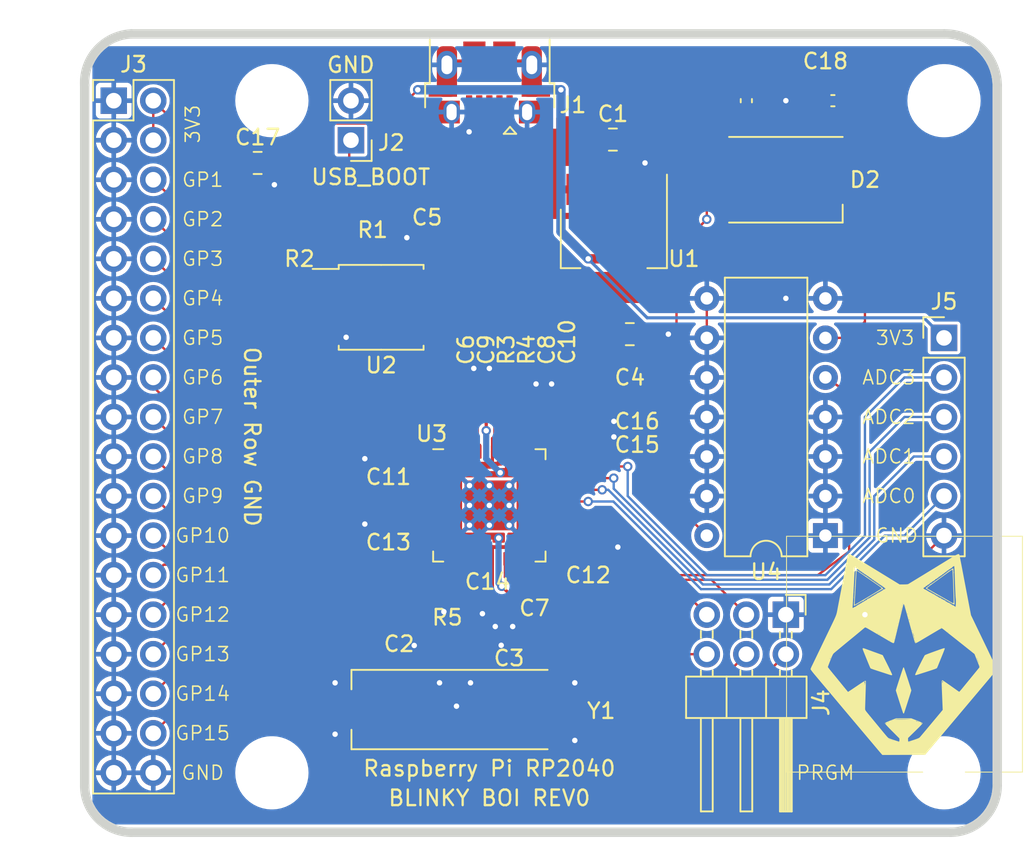
<source format=kicad_pcb>
(kicad_pcb (version 20221018) (generator pcbnew)
  (title_block (title "RP2040 Minimal Design Example") (date "2020-07-13") (rev "REV1") (company "Raspberry Pi (Trading) Ltd"))
  (layers (0 "F.Cu" signal) (31 "B.Cu" signal) (34 "B.Paste" user) (35 "F.Paste" user) (36 "B.SilkS" user "B.Silkscreen") (37 "F.SilkS" user "F.Silkscreen") (38 "B.Mask" user) (39 "F.Mask" user) (44 "Edge.Cuts" user))
  (net 0 "")
  (net 1 "GND")
  (net 2 "VBUS")
  (net 3 "/XIN")
  (net 4 "/XOUT")
  (net 5 "+3V3")
  (net 6 "+1V1")
  (net 8 "/~{USB_BOOT}")
  (net 9 "/GPIO15")
  (net 10 "/GPIO14")
  (net 11 "/GPIO13")
  (net 12 "/GPIO12")
  (net 13 "/GPIO11")
  (net 14 "/GPIO10")
  (net 15 "/GPIO9")
  (net 16 "/GPIO8")
  (net 17 "/GPIO7")
  (net 18 "/GPIO6")
  (net 19 "/GPIO5")
  (net 20 "/GPIO4")
  (net 21 "/GPIO3")
  (net 22 "/GPIO2")
  (net 23 "/GPIO1")
  (net 24 "/GPIO0")
  (net 25 "/GPIO29_ADC3")
  (net 26 "/GPIO28_ADC2")
  (net 27 "/GPIO27_ADC1")
  (net 28 "/GPIO26_ADC0")
  (net 29 "/GPIO25")
  (net 30 "/GPIO24")
  (net 31 "/GPIO23")
  (net 32 "/GPIO22")
  (net 33 "/GPIO21")
  (net 34 "/GPIO20")
  (net 35 "/GPIO19")
  (net 36 "/GPIO18")
  (net 37 "/GPIO17")
  (net 38 "/GPIO16")
  (net 39 "/RUN")
  (net 40 "/SWD")
  (net 41 "/SWCLK")
  (net 42 "/QSPI_SS")
  (net 43 "Net-(D2-DIN)")
  (net 45 "/QSPI_SD3")
  (net 46 "/QSPI_SCLK")
  (net 47 "/QSPI_SD0")
  (net 48 "/QSPI_SD2")
  (net 49 "/QSPI_SD1")
  (net 50 "/USB_D+")
  (net 51 "/USB_D-")
  (net 52 "Net-(C3-Pad1)")
  (net 54 "Net-(U3-USB_DP)")
  (net 55 "Net-(U3-USB_DM)")
  (footprint "Capacitor_SMD:C_0805_2012Metric" (layer "F.Cu") (at 109.025 89)
    (fp_text reference "C4")
    (fp_text value "10u")
  )
  (footprint "RP2040_minimal:USB_Micro-B_Amphenol_10103594-0001LF_Horizontal_modified" (layer "F.Cu") (at 100 71.7 180)
    (fp_text reference "J1")
    (fp_text value "USB_B_Micro")
  )
  (footprint "Connector_PinHeader_2.54mm:PinHeader_1x02_P2.54mm_Vertical" (layer "F.Cu") (at 91.11 76.54 180)
    (fp_text reference "J2")
    (fp_text value "Conn_01x02")
  )
  (footprint "Connector_PinHeader_2.54mm:PinHeader_2x18_P2.54mm_Vertical" (layer "F.Cu") (at 75.87 74)
    (fp_text reference "J3")
    (fp_text value "Conn_02x18_Odd_Even")
  )
  (footprint "Capacitor_SMD:C_0402_1005Metric" (layer "F.Cu") (at 104 93.515 90)
    (fp_text reference "C10")
    (fp_text value "1u")
  )
  (footprint "Capacitor_SMD:C_0402_1005Metric" (layer "F.Cu") (at 103 93.515 90)
    (fp_text reference "C8")
    (fp_text value "1u")
  )
  (footprint "Capacitor_SMD:C_0402_1005Metric" (layer "F.Cu") (at 93.515 101.2 180)
    (fp_text reference "C13")
    (fp_text value "100n")
  )
  (footprint "Capacitor_SMD:C_0402_1005Metric" (layer "F.Cu") (at 96.185 82.83 180)
    (fp_text reference "C5")
    (fp_text value "100n")
  )
  (footprint "Capacitor_SMD:C_0402_1005Metric" (layer "F.Cu") (at 89.5 82.315 -90)
    (fp_text reference "R2")
    (fp_text value "DNF")
  )
  (footprint "Package_TO_SOT_SMD:SOT-223-3_TabPin2" (layer "F.Cu") (at 108 82.85 -90)
    (fp_text reference "U1")
    (fp_text value "NCP1117-3.3_SOT223")
  )
  (footprint "Package_SO:SOIC-8_5.23x5.23mm_P1.27mm" (layer "F.Cu") (at 93.05 87.275)
    (fp_text reference "U2")
    (fp_text value "W25Q128JVS")
  )
  (footprint "Capacitor_SMD:C_0402_1005Metric" (layer "F.Cu") (at 99.485 109)
    (fp_text reference "C3")
    (fp_text value "27p")
  )
  (footprint "Capacitor_SMD:C_0402_1005Metric" (layer "F.Cu") (at 91 82.315 90)
    (fp_text reference "R1")
    (fp_text value "1k")
  )
  (footprint "Capacitor_SMD:C_0402_1005Metric" (layer "F.Cu") (at 100 92.515 90)
    (fp_text reference "C9")
    (fp_text value "100n")
  )
  (footprint "Capacitor_SMD:C_0402_1005Metric" (layer "F.Cu") (at 106.35 101.94)
    (fp_text reference "C12")
    (fp_text value "100n")
  )
  (footprint "Capacitor_SMD:C_0402_1005Metric" (layer "F.Cu") (at 100.381 106.485 -90)
    (fp_text reference "C14")
    (fp_text value "100n")
  )
  (footprint "Capacitor_SMD:C_0402_1005Metric" (layer "F.Cu") (at 101 93.515 -90)
    (fp_text reference "R3")
    (fp_text value "27")
  )
  (footprint "Capacitor_SMD:C_0402_1005Metric" (layer "F.Cu") (at 101.5 106.485 -90)
    (fp_text reference "C7")
    (fp_text value "100n")
  )
  (footprint "Capacitor_SMD:C_0805_2012Metric" (layer "F.Cu") (at 107.9375 76.5)
    (fp_text reference "C1")
    (fp_text value "10u")
  )
  (footprint "Capacitor_SMD:C_0402_1005Metric" (layer "F.Cu") (at 93.515 97 180)
    (fp_text reference "C11")
    (fp_text value "100n")
  )
  (footprint "Capacitor_SMD:C_0402_1005Metric" (layer "F.Cu") (at 106.485 94.6)
    (fp_text reference "C16")
    (fp_text value "100n")
  )
  (footprint "RP2040_minimal:RP2040-QFN-56" (layer "F.Cu") (at 100 100)
    (fp_text reference "U3")
    (fp_text value "RP2040")
  )
  (footprint "Capacitor_SMD:C_0402_1005Metric" (layer "F.Cu") (at 96.515 109 180)
    (fp_text reference "C2")
    (fp_text value "27p")
  )
  (footprint "MountingHole:MountingHole_2.7mm_M2.5" (layer "F.Cu") (at 129.21 74)
    (fp_text reference "H2" hide)
    (fp_text value "MountingHole")
  )
  (footprint "Capacitor_SMD:C_0402_1005Metric" (layer "F.Cu") (at 102 93.515 -90)
    (fp_text reference "R4")
    (fp_text value "27")
  )
  (footprint "MountingHole:MountingHole_2.7mm_M2.5" (layer "F.Cu") (at 129.21 117.18)
    (fp_text reference "H3" hide)
    (fp_text value "MountingHole")
  )
  (footprint "Capacitor_SMD:C_0402_1005Metric" (layer "F.Cu") (at 99 92.515 90)
    (fp_text reference "C6")
    (fp_text value "100n")
  )
  (footprint "Capacitor_SMD:C_0402_1005Metric" (layer "F.Cu") (at 106.485 96)
    (fp_text reference "C15")
    (fp_text value "100n")
  )
  (footprint "Capacitor_SMD:C_0402_1005Metric" (layer "F.Cu") (at 98.7 107.115 -90)
    (fp_text reference "R5")
    (fp_text value "1k")
  )
  (footprint "MountingHole:MountingHole_2.7mm_M2.5" (layer "F.Cu") (at 86.03 74)
    (fp_text reference "H1" hide)
    (fp_text value "MountingHole")
  )
  (footprint "MountingHole:MountingHole_2.7mm_M2.5" (layer "F.Cu") (at 86.03 117.18)
    (fp_text reference "H4" hide)
    (fp_text value "MountingHole")
  )
  (footprint "RP2040_minimal:Crystal_SMD_HC49-US" (layer "F.Cu") (at 97.841 113.116)
    (fp_text reference "Y1")
    (fp_text value "ABLS-12.000MHZ-B4-T")
  )
  (footprint "Capacitor_SMD:C_0805_2012Metric" (layer "F.Cu") (at 85.115 78)
    (fp_text reference "C17")
    (fp_text value "10u")
  )
  (footprint "husky:husky" (layer "F.Cu") (at 126.67 109.56)
    (fp_text reference "G***" hide)
    (fp_text value "LOGO" hide)
  )
  (footprint "LED_SMD:LED_WS2812_PLCC6_5.0x5.0mm_P1.6mm" (layer "F.Cu") (at 119.05 79.08 180)
    (fp_text reference "D2")
    (fp_text value "WS2812")
  )
  (footprint "Connector_PinHeader_2.54mm:PinHeader_2x03_P2.54mm_Horizontal" (layer "F.Cu") (at 119.05 107.02 -90)
    (fp_text reference "J4")
    (fp_text value "Conn_02x03_Top_Bottom")
  )
  (footprint "Connector_PinHeader_2.54mm:PinHeader_1x06_P2.54mm_Vertical" (layer "F.Cu") (at 129.21 89.24)
    (fp_text reference "J5")
    (fp_text value "Conn_01x06")
  )
  (footprint "Capacitor_SMD:C_0402_1005Metric" (layer "F.Cu") (at 122.07 74)
    (fp_text reference "C18")
    (fp_text value "104C")
  )
  (footprint "Capacitor_SMD:C_0402_1005Metric" (layer "F.Cu") (at 116.51 74 -90)
    (fp_text reference "R6" hide)
    (fp_text value "150R")
  )
  (footprint "Package_DIP:DIP-14_W7.62mm" (layer "F.Cu") (at 121.59 101.94 180)
    (fp_text reference "U4")
    (fp_text value "SN74AHCT125D")
  )
  (gr_line (start 129.62868 121) (end 77 121) (stroke (width 0.6)) (layer "Edge.Cuts"))
  (gr_line (start 132.62868 73) (end 132.62868 118) (stroke (width 0.6)) (layer "Edge.Cuts"))
  (gr_line (start 74 118) (end 74 73) (stroke (width 0.6)) (layer "Edge.Cuts"))
  (gr_arc (start 77 121) (mid 74.87868 120.12132) (end 74 118) (stroke (width 0.6)) (layer "Edge.Cuts"))
  (gr_arc (start 132.62868 118) (mid 131.75 120.12132) (end 129.62868 121) (stroke (width 0.6)) (layer "Edge.Cuts"))
  (gr_arc (start 74 73) (mid 74.818616 70.733677) (end 77 69.71) (stroke (width 0.6)) (layer "Edge.Cuts"))
  (gr_arc (start 129.228642 69.71) (mid 131.610044 70.650827) (end 132.62868 73) (stroke (width 0.6)) (layer "Edge.Cuts"))
  (gr_line (start 77 69.71) (end 129.228642 69.71) (stroke (width 0.6)) (layer "Edge.Cuts"))
  (gr_text "GP1" (at 81.585 79.08) (layer "F.SilkS") (effects (font (size 0.9 0.9) (thickness 0.1))))
  (gr_text "GP2" (at 81.585 81.62) (layer "F.SilkS") (effects (font (size 0.9 0.9) (thickness 0.1))))
  (gr_text "GP3" (at 81.585 84.16) (layer "F.SilkS") (effects (font (size 0.9 0.9) (thickness 0.1))))
  (gr_text "GP4" (at 81.585 86.7) (layer "F.SilkS") (effects (font (size 0.9 0.9) (thickness 0.1))))
  (gr_text "GP5" (at 81.585 89.24) (layer "F.SilkS") (effects (font (size 0.9 0.9) (thickness 0.1))))
  (gr_text "GP6" (at 81.585 91.78) (layer "F.SilkS") (effects (font (size 0.9 0.9) (thickness 0.1))))
  (gr_text "GP7" (at 81.585 94.32) (layer "F.SilkS") (effects (font (size 0.9 0.9) (thickness 0.1))))
  (gr_text "GP8" (at 81.585 96.86) (layer "F.SilkS") (effects (font (size 0.9 0.9) (thickness 0.1))))
  (gr_text "GP9" (at 81.585 99.4) (layer "F.SilkS") (effects (font (size 0.9 0.9) (thickness 0.1))))
  (gr_text "GP11" (at 81.585 104.48) (layer "F.SilkS") (effects (font (size 0.9 0.9) (thickness 0.1))))
  (gr_text "GP10" (at 81.585 101.94) (layer "F.SilkS") (effects (font (size 0.9 0.9) (thickness 0.1))))
  (gr_text "GP12" (at 81.585 107.02) (layer "F.SilkS") (effects (font (size 0.9 0.9) (thickness 0.1))))
  (gr_text "GP13" (at 81.585 109.56) (layer "F.SilkS") (effects (font (size 0.9 0.9) (thickness 0.1))))
  (gr_text "GP15" (at 81.585 114.64) (layer "F.SilkS") (effects (font (size 0.9 0.9) (thickness 0.1))))
  (gr_text "GP14" (at 81.585 112.1) (layer "F.SilkS") (effects (font (size 0.9 0.9) (thickness 0.1))))
  (gr_text "GND" (at 81.585 117.18) (layer "F.SilkS") (effects (font (size 0.9 0.9) (thickness 0.1))))
  (gr_text "Outer Row GND" (at 84.76 95.59 270) (layer "F.SilkS") (effects (font (size 1 1))))
  (gr_text "Raspberry Pi RP2040" (at 100 116.9) (layer "F.SilkS") (effects (font (size 1 1))))
  (gr_text "3V3" (at 126.07 89.24) (layer "F.SilkS") (effects (font (size 0.9 0.9) (thickness 0.1))))
  (gr_text "ADC1" (at 125.67 96.86) (layer "F.SilkS") (effects (font (size 0.9 0.9) (thickness 0.1))))
  (gr_text "\nUSB_BOOT" (at 92.38 78.1) (layer "F.SilkS") (effects (font (size 1 1))))
  (gr_text "GND" (at 91.1 71.7) (layer "F.SilkS") (effects (font (size 1 1))))
  (gr_text "ADC3" (at 125.67 91.78) (layer "F.SilkS") (effects (font (size 0.9 0.9) (thickness 0.1))))
  (gr_text "ADC2" (at 125.67 94.32) (layer "F.SilkS") (effects (font (size 0.9 0.9) (thickness 0.1))))
  (gr_text "ADC0" (at 125.67 99.4) (layer "F.SilkS") (effects (font (size 0.9 0.9) (thickness 0.1))))
  (gr_text "PRGM" (at 121.59 117.18) (layer "F.SilkS") (effects (font (size 0.9 0.9) (thickness 0.1))))
  (gr_text "3V3" (at 80.95 75.5 90) (layer "F.SilkS") (effects (font (size 0.9 0.9) (thickness 0.1))))
  (gr_text "BLINKY BOI REV0" (at 100 118.8) (layer "F.SilkS") (effects (font (size 1 1))))
  (gr_text "GND\n" (at 126.17 101.94) (layer "F.SilkS") (effects (font (size 0.9 0.9) (thickness 0.1))))
  (segment (start 93.03 101.2) (end 92 101.2) (width 0.2) (layer "F.Cu") (net 1))
  (segment (start 90.78 89.18) (end 90.8 89.2) (width 0.2) (layer "F.Cu") (net 1))
  (segment (start 117.45 80.68) (end 120.65 77.48) (width 0.15) (layer "F.Cu") (net 1))
  (segment (start 89.45 89.18) (end 90.78 89.18) (width 0.2) (layer "F.Cu") (net 1))
  (segment (start 107.515 101.94) (end 106.835 101.94) (width 0.15) (layer "F.Cu") (net 1))
  (segment (start 113.97 94.32) (end 113.97 91.78) (width 0.15) (layer "F.Cu") (net 1))
  (segment (start 116.6 80.68) (end 114.91 80.68) (width 0.15) (layer "F.Cu") (net 1))
  (segment (start 99 113.35) (end 99 114.4) (width 0.2) (layer "F.Cu") (net 1))
  (segment (start 97.079 106.5755) (end 97.079 106.8295) (width 0.15) (layer "F.Cu") (net 1))
  (segment (start 99.97 108.68) (end 99.5555 108.2655) (width 0.15) (layer "F.Cu") (net 1))
  (segment (start 99.97 109) (end 99.97 108.68) (width 0.15) (layer "F.Cu") (net 1))
  (segment (start 110.3 79.7) (end 110.3 78.3) (width 0.2) (layer "F.Cu") (net 1))
  (segment (start 121.59 101.94) (end 121.59 99.4) (width 0.15) (layer "F.Cu") (net 1))
  (segment (start 100.381 107.781984) (end 100.380994 107.78199) (width 0.2) (layer "F.Cu") (net 1))
  (segment (start 100.7505 109) (end 100.762 108.9885) (width 0.15) (layer "F.Cu") (net 1))
  (segment (start 99.04 71.45) (end 97.54 71.45) (width 0.2) (layer "F.Cu") (net 1))
  (segment (start 116.51 73.52) (end 116.99 73.52) (width 0.15) (layer "F.Cu") (net 1))
  (segment (start 99.97 109) (end 100.7505 109) (width 0.15) (layer "F.Cu") (net 1))
  (segment (start 113.97 84.16) (end 113.97 86.7) (width 0.15) (layer "F.Cu") (net 1))
  (segment (start 100.96 71.45) (end 102.46 71.45) (width 0.2) (layer "F.Cu") (net 1))
  (segment (start 106.97 96) (end 107.6 96) (width 0.15) (layer "F.Cu") (net 1))
  (segment (start 99.5555 108.2655) (end 99.5555 108.0995) (width 0.15) (layer "F.Cu") (net 1))
  (segment (start 86.14 78) (end 86.14 79.25) (width 0.15) (layer "F.Cu") (net 1))
  (segment (start 106.97 94.6) (end 108 94.6) (width 0.2) (layer "F.Cu") (net 1))
  (segment (start 100.381 106.97) (end 100.381 107.781984) (width 0.2) (layer "F.Cu") (net 1))
  (segment (start 124.13 74) (end 122.55 74) (width 0.15) (layer "F.Cu") (net 1))
  (segment (start 121.59 96.86) (end 121.59 99.4) (width 0.15) (layer "F.Cu") (net 1))
  (segment (start 93.03 97) (end 92 97) (width 0.2) (layer "F.Cu") (net 1))
  (segment (start 99 104.6545) (end 97.079 106.5755) (width 0.15) (layer "F.Cu") (net 1))
  (segment (start 113.97 96.86) (end 113.97 94.32) (width 0.15) (layer "F.Cu") (net 1))
  (segment (start 103 93.03) (end 103 92.2) (width 0.2) (layer "F.Cu") (net 1))
  (segment (start 113.97 91.78) (end 113.97 89.24) (width 0.15) (layer "F.Cu") (net 1))
  (segment (start 104 93.03) (end 104 92.2) (width 0.2) (layer "F.Cu") (net 1))
  (segment (start 108.875 76.5) (end 108.875 76.875) (width 0.2) (layer "F.Cu") (net 1))
  (segment (start 95.7 82.83) (end 95.405 82.83) (width 0.2) (layer "F.Cu") (net 1))
  (segment (start 101.5 106.97) (end 101.5 107.782004) (width 0.2) (layer "F.Cu") (net 1))
  (segment (start 99 103.4375) (end 99 104.6545) (width 0.15) (layer "F.Cu") (net 1))
  (segment (start 98.7 74.6) (end 98.7 76) (width 0.2) (layer "F.Cu") (net 1))
  (segment (start 96.03 109) (end 95.174 109) (width 0.2) (layer "F.Cu") (net 1))
  (segment (start 86.19 79) (end 86.19 79.1) (width 0.15) (layer "F.Cu") (net 1))
  (segment (start 100 92.03) (end 100 91.2) (width 0.2) (layer "F.Cu") (net 1))
  (segment (start 108.255 102.68) (end 107.515 101.94) (width 0.15) (layer "F.Cu") (net 1))
  (segment (start 120.65 77.48) (end 121.5 77.48) (width 0.15) (layer "F.Cu") (net 1))
  (segment (start 121.59 94.32) (end 121.59 96.86) (width 0.15) (layer "F.Cu") (net 1))
  (segment (start 116.6 80.68) (end 117.45 80.68) (width 0.15) (layer "F.Cu") (net 1))
  (segment (start 117.47 74) (end 119.05 74) (width 0.15) (layer "F.Cu") (net 1))
  (segment (start 86.14 78.95) (end 86.19 79) (width 0.15) (layer "F.Cu") (net 1))
  (segment (start 102.46 71.45) (end 102.73 71.72) (width 0.2) (layer "F.Cu") (net 1))
  (segment (start 107.6 96) (end 108 95.6) (width 0.15) (layer "F.Cu") (net 1))
  (segment (start 114.91 83.22) (end 114.91 80.68) (width 0.15) (layer "F.Cu") (net 1))
  (segment (start 119.05 107.02) (end 124.13 107.02) (width 0.15) (layer "F.Cu") (net 1))
  (segment (start 110.05 89) (end 111.5 89) (width 0.2) (layer "F.Cu") (net 1))
  (segment (start 123.19 77.48) (end 124.13 76.54) (width 0.15) (layer "F.Cu") (net 1))
  (segment (start 121.5 77.48) (end 123.19 77.48) (width 0.15) (layer "F.Cu") (net 1))
  (segment (start 99 92.03) (end 99 91.200008) (width 0.2) (layer "F.Cu") (net 1))
  (segment (start 116.99 73.52) (end 117.47 74) (width 0.15) (layer "F.Cu") (net 1))
  (segment (start 124.13 76.54) (end 124.13 74) (width 0.15) (layer "F.Cu") (net 1))
  (segment (start 113.97 99.4) (end 113.97 96.86) (width 0.15) (layer "F.Cu") (net 1))
  (segment (start 95.405 82.83) (end 95.375 82.8) (width 0.2) (layer "F.Cu") (net 1))
  (segment (start 113.97 84.16) (end 114.91 83.22) (width 0.15) (layer "F.Cu") (net 1))
  (segment (start 119.05 74) (end 121.59 74) (width 0.15) (layer "F.Cu") (net 1))
  (segment (start 97.54 71.45) (end 97.27 71.72) (width 0.2) (layer "F.Cu") (net 1))
  (segment (start 129.21 101.94) (end 124.13 107.02) (width 0.15) (layer "F.Cu") (net 1))
  (segment (start 110.3 78.3) (end 110 78) (width 0.2) (layer "F.Cu") (net 1))
  (segment (start 95.375 82.8) (end 94.7 82.8) (width 0.2) (layer "F.Cu") (net 1))
  (segment (start 96.8 111.65) (end 96.8 110.599974) (width 0.2) (layer "F.Cu") (net 1))
  (segment (start 108.875 76.875) (end 110 78) (width 0.2) (layer "F.Cu") (net 1))
  (segment (start 113.97 86.7) (end 113.97 89.24) (width 0.15) (layer "F.Cu") (net 1))
  (via (at 99.5555 106.9565) (size 0.6) (drill 0.35) (layers "F.Cu" "B.Cu") (net 1))
  (via (at 97.89 112.9) (size 0.6) (drill 0.35) (layers "F.Cu" "B.Cu") (net 1))
  (via (at 98.79 111.4) (size 0.6) (drill 0.35) (layers "F.Cu" "B.Cu") (net 1))
  (via (at 90.09 114.7) (size 0.6) (drill 0.35) (layers "F.Cu" "B.Cu") (net 1))
  (via (at 90.09 111.4) (size 0.6) (drill 0.35) (layers "F.Cu" "B.Cu") (net 1))
  (via (at 105.49 111.4) (size 0.6) (drill 0.35) (layers "F.Cu" "B.Cu") (net 1))
  (via (at 94.7 82.8) (size 0.6) (drill 0.35) (layers "F.Cu" "B.Cu") (net 1))
  (via (at 101.5 107.782004) (size 0.6) (drill 0.35) (layers "F.Cu" "B.Cu") (net 1))
  (via (at 96.8 111.4) (size 0.6) (drill 0.35) (layers "F.Cu" "B.Cu") (net 1))
  (via (at 108 94.6) (size 0.6) (drill 0.35) (layers "F.Cu" "B.Cu") (net 1))
  (via (at 86.19 79.4) (size 0.6) (drill 0.35) (layers "F.Cu" "B.Cu") (net 1))
  (via (at 97.079 106.8295) (size 0.6) (drill 0.35) (layers "F.Cu" "B.Cu") (net 1))
  (via (at 100.762 108.9885) (size 0.6) (drill 0.35) (layers "F.Cu" "B.Cu") (net 1))
  (via (at 119.05 86.7) (size 0.6) (drill 0.35) (layers "F.Cu" "B.Cu") (net 1))
  (via (at 105.49 115.1) (size 0.6) (drill 0.35) (layers "F.Cu" "B.Cu") (net 1))
  (via (at 119.05 74) (size 0.6) (drill 0.35) (layers "F.Cu" "B.Cu") (net 1))
  (via (at 108.255 102.68) (size 0.6) (drill 0.35) (layers "F.Cu" "B.Cu") (net 1))
  (via (at 104 92.2) (size 0.6) (drill 0.35) (layers "F.Cu" "B.Cu") (net 1))
  (via (at 110 78) (size 0.6) (drill 0.35) (layers "F.Cu" "B.Cu") (net 1))
  (via (at 92 97) (size 0.6) (drill 0.35) (layers "F.Cu" "B.Cu") (net 1))
  (via (at 98.7 76) (size 0.6) (drill 0.35) (layers "F.Cu" "B.Cu") (net 1))
  (via (at 103 92.2) (size 0.6) (drill 0.35) (layers "F.Cu" "B.Cu") (net 1))
  (via (at 100.380994 107.78199) (size 0.6) (drill 0.35) (layers "F.Cu" "B.Cu") (net 1))
  (via (at 95.174 109) (size 0.6) (drill 0.35) (layers "F.Cu" "B.Cu") (net 1))
  (via (at 124.13 107.02) (size 0.6) (drill 0.35) (layers "F.Cu" "B.Cu") (net 1))
  (via (at 90.8 89.2) (size 0.6) (drill 0.35) (layers "F.Cu" "B.Cu") (net 1))
  (via (at 99 91.200008) (size 0.6) (drill 0.35) (layers "F.Cu" "B.Cu") (net 1))
  (via (at 111.5 89) (size 0.6) (drill 0.35) (layers "F.Cu" "B.Cu") (net 1))
  (via (at 108 95.6) (size 0.6) (drill 0.35) (layers "F.Cu" "B.Cu") (net 1))
  (via (at 92 101.2) (size 0.6) (drill 0.35) (layers "F.Cu" "B.Cu") (net 1))
  (via (at 100 91.2) (size 0.6) (drill 0.35) (layers "F.Cu" "B.Cu") (net 1))
  (segment (start 103.299999 92.499999) (end 103 92.2) (width 0.2) (layer "B.Cu") (net 1))
  (segment (start 103.8 93) (end 103.299999 92.499999) (width 0.2) (layer "B.Cu") (net 1))
  (segment (start 104 93) (end 103.8 93) (width 0.2) (layer "B.Cu") (net 1))
  (segment (start 113.97 86.7) (end 119.05 86.7) (width 0.15) (layer "B.Cu") (net 1))
  (segment (start 119.05 86.7) (end 121.59 86.7) (width 0.15) (layer "B.Cu") (net 1))
  (segment (start 116.99 74.48) (end 116.51 74.48) (width 0.15) (layer "F.Cu") (net 2))
  (segment (start 108.975 78.475) (end 108.975 80.515) (width 0.15) (layer "F.Cu") (net 2))
  (segment (start 119.05 78.655736) (end 118.625736 79.08) (width 0.15) (layer "F.Cu") (net 2))
  (segment (start 119.05 76.54) (end 119.05 78.655736) (width 0.15) (layer "F.Cu") (net 2))
  (segment (start 106.925 78.475) (end 108.975 78.475) (width 0.15) (layer "F.Cu") (net 2))
  (segment (start 108.975 80.515) (end 112.025 83.565) (width 0.15) (layer "F.Cu") (net 2))
  (segment (start 105.7 79.7) (end 104.43 79.7) (width 0.15) (layer "F.Cu") (net 2))
  (segment (start 112.025 83.565) (end 113.97 81.62) (width 0.15) (layer "F.Cu") (net 2))
  (segment (start 118.625736 79.08) (end 116.6 79.08) (width 0.15) (layer "F.Cu") (net 2))
  (segment (start 113.97 81.62) (end 113.97 79.08) (width 0.15) (layer "F.Cu") (net 2))
  (segment (start 104.43 79.7) (end 103.81 79.08) (width 0.15) (layer "F.Cu") (net 2))
  (segment (start 113.97 79.08) (end 116.6 79.08) (width 0.15) (layer "F.Cu") (net 2))
  (segment (start 119.05 76.54) (end 116.99 74.48) (width 0.15) (layer "F.Cu") (net 2))
  (segment (start 101.3 75.5) (end 102.1 76.3) (width 0.4) (layer "F.Cu") (net 2))
  (segment (start 112.025 99.995) (end 112.025 83.565) (width 0.15) (layer "F.Cu") (net 2))
  (segment (start 101.3 74.525) (end 101.3 75.5) (width 0.4) (layer "F.Cu") (net 2))
  (segment (start 113.97 101.94) (end 112.025 99.995) (width 0.15) (layer "F.Cu") (net 2))
  (segment (start 105.7 79.7) (end 106.925 78.475) (width 0.15) (layer "F.Cu") (net 2))
  (via (at 113.97 81.62) (size 0.6) (drill 0.35) (layers "F.Cu" "B.Cu") (net 2))
  (segment (start 97.8 106.537861) (end 97.8 108.2) (width 0.15) (layer "F.Cu") (net 3))
  (segment (start 97.6505 111.7825) (end 96.317 113.116) (width 0.15) (layer "F.Cu") (net 3))
  (segment (start 99.4 103.4375) (end 99.4 104.937861) (width 0.15) (layer "F.Cu") (net 3))
  (segment (start 96.317 113.116) (end 93.341 113.116) (width 0.15) (layer "F.Cu") (net 3))
  (segment (start 97 109) (end 97.6505 109.6505) (width 0.15) (layer "F.Cu") (net 3))
  (segment (start 97.8 108.2) (end 97 109) (width 0.15) (layer "F.Cu") (net 3))
  (segment (start 99.4 104.937861) (end 97.8 106.537861) (width 0.15) (layer "F.Cu") (net 3))
  (segment (start 97.6505 109.6505) (end 97.6505 111.7825) (width 0.15) (layer "F.Cu") (net 3))
  (segment (start 99.8 103.4375) (end 99.8 105.1) (width 0.15) (layer "F.Cu") (net 4))
  (segment (start 99.8 105.1) (end 98.7 106.2) (width 0.15) (layer "F.Cu") (net 4))
  (segment (start 98.7 106.2) (end 98.7 106.63) (width 0.15) (layer "F.Cu") (net 4))
  (segment (start 100.350001 94.112535) (end 100.350001 95.549999) (width 0.2) (layer "F.Cu") (net 5))
  (segment (start 93.235 75.465) (end 95.4 73.3) (width 0.15) (layer "F.Cu") (net 5))
  (segment (start 102.2 96.1) (end 104 94.3) (width 0.2) (layer "F.Cu") (net 5))
  (segment (start 82.41 78) (end 84.1775 78) (width 0.15) (layer "F.Cu") (net 5))
  (segment (start 100.350001 95.549999) (end 100.2 95.7) (width 0.2) (layer "F.Cu") (net 5))
  (segment (start 89.5 81.83) (end 89.5 76) (width 0.15) (layer "F.Cu") (net 5))
  (segment (start 106 94.6) (end 106 91.0875) (width 0.15) (layer "F.Cu") (net 5))
  (segment (start 106 91.0875) (end 108.0875 89) (width 0.15) (layer "F.Cu") (net 5))
  (segment (start 102.2 96.5625) (end 102.2 97.2) (width 0.2) (layer "F.Cu") (net 5))
  (segment (start 100.9525 106.2515) (end 100.9525 108.163) (width 0.15) (layer "F.Cu") (net 5))
  (segment (start 102.6 97.4) (end 102.4 97.4) (width 0.2) (layer "F.Cu") (net 5))
  (segment (start 108 84.16) (end 108 86) (width 0.15) (layer "F.Cu") (net 5))
  (segment (start 96.65 85.37) (end 96.65 82.85) (width 0.2) (layer "F.Cu") (net 5))
  (segment (start 102.6 96.5625) (end 102.6 97.4) (width 0.2) (layer "F.Cu") (net 5))
  (segment (start 95.7 97.4) (end 95.3 97) (width 0.2) (layer "F.Cu") (net 5))
  (segment (start 100 93.762534) (end 100.350001 94.112535) (width 0.2) (layer "F.Cu") (net 5))
  (segment (start 78.41 74) (end 82.41 78) (width 0.15) (layer "F.Cu") (net 5))
  (segment (start 96.5625 101) (end 97.4 101) (width 0.2) (layer "F.Cu") (net 5))
  (segment (start 78.41 74) (end 78.41 76.54) (width 0.15) (layer "F.Cu") (net 5))
  (segment (start 100.6 95.799998) (end 100.350001 95.549999) (width 0.2) (layer "F.Cu") (net 5))
  (segment (start 100.2 97.4) (end 100.2 97) (width 0.2) (layer "F.Cu") (net 5))
  (segment (start 100.2 95.7) (end 100.2 96.5625) (width 0.2) (layer "F.Cu") (net 5))
  (segment (start 100.6 96.5625) (end 100.6 97.2) (width 0.2) (layer "F.Cu") (net 5))
  (segment (start 108 79.7) (end 108 84.16) (width 0.15) (layer "F.Cu") (net 5))
  (segment (start 96.5625 97.4) (end 97.4 97.4) (width 0.2) (layer "F.Cu") (net 5))
  (segment (start 105.4 94) (end 106 94.6) (width 0.2) (layer "F.Cu") (net 5))
  (segment (start 100.9525 108.163) (end 101.096505 108.307005) (width 0.15) (layer "F.Cu") (net 5))
  (segment (start 103.4375 101) (end 102.6 101) (width 0.2) (layer "F.Cu") (net 5))
  (segment (start 92.185 75.465) (end 96.67 79.95) (width 0.15) (layer "F.Cu") (net 5))
  (segment (start 92.185 75.465) (end 93.235 75.465) (width 0.15) (layer "F.Cu") (net 5))
  (segment (start 89.5 76) (end 90.035 75.465) (width 0.15) (layer "F.Cu") (net 5))
  (segment (start 104 94) (end 105.4 94) (width 0.2) (layer "F.Cu") (net 5))
  (segment (start 101.096505 108.307005) (end 102.141995 108.307005) (width 0.15) (layer "F.Cu") (net 5))
  (segment (start 86.24 81.83) (end 89.5 81.83) (width 0.15) (layer "F.Cu") (net 5))
  (segment (start 96.67 79.95) (end 96.67 82.83) (width 0.15) (layer "F.Cu") (net 5))
  (segment (start 104.925 101) (end 103.4375 101) (width 0.2) (layer "F.Cu") (net 5))
  (segment (start 106 94.6) (end 106 96) (width 0.15) (layer "F.Cu") (net 5))
  (segment (start 96.5625 97.4) (end 95.7 97.4) (width 0.2) (layer "F.Cu") (net 5))
  (segment (start 104 94.3) (end 104 94) (width 0.2) (layer "F.Cu") (net 5))
  (segment (start 94.2 101) (end 94 101.2) (width 0.2) (layer "F.Cu") (net 5))
  (segment (start 100.381 105.6865) (end 100.381 106) (width 0.2) (layer "F.Cu") (net 5))
  (segment (start 100.2 103.4375) (end 100.2 105.5055) (width 0.2) (layer "F.Cu") (net 5))
  (segment (start 102.2 96.5625) (end 102.2 96.1) (width 0.2) (layer "F.Cu") (net 5))
  (segment (start 100.2 96.5625) (end 100.2 97.4) (width 0.2) (layer "F.Cu") (net 5))
  (segment (start 103.4375 97.4) (end 102.6 97.4) (width 0.2) (layer "F.Cu") (net 5))
  (segment (start 95.3 97) (end 94 97) (width 0.2) (layer "F.Cu") (net 5))
  (segment (start 90.035 75.465) (end 92.185 75.465) (width 0.15) (layer "F.Cu") (net 5))
  (segment (start 84.1775 79.7675) (end 86.24 81.83) (width 0.15) (layer "F.Cu") (net 5))
  (segment (start 96.65 82.85) (end 96.67 82.83) (width 0.2) (layer "F.Cu") (net 5))
  (segment (start 100 93) (end 100 93.762534) (width 0.2) (layer "F.Cu") (net 5))
  (segment (start 100.6 96.5625) (end 100.6 95.799998) (width 0.2) (layer "F.Cu") (net 5))
  (segment (start 84.1775 79.7675) (end 84.1775 78) (width 0.15) (layer "F.Cu") (net 5))
  (segment (start 100.2 103.4375) (end 100.2 102.8) (width 0.2) (layer "F.Cu") (net 5))
  (segment (start 100.2 105.5055) (end 100.381 105.6865) (width 0.2) (layer "F.Cu") (net 5))
  (segment (start 100.2 102.8) (end 100 102.6) (width 0.2) (layer "F.Cu") (net 5))
  (segment (start 100.381 106) (end 100.701 106) (width 0.15) (layer "F.Cu") (net 5))
  (segment (start 102.2 97.2) (end 102.4 97.4) (width 0.2) (layer "F.Cu") (net 5))
  (segment (start 96.5625 101) (end 94.2 101) (width 0.2) (layer "F.Cu") (net 5))
  (segment (start 106.35 84.16) (end 108 84.16) (width 0.6) (layer "F.Cu") (net 5))
  (segment (start 100.6 97.2) (end 100.4 97.4) (width 0.2) (layer "F.Cu") (net 5))
  (segment (start 100.701 106) (end 100.9525 106.2515) (width 0.15) (layer "F.Cu") (net 5))
  (segment (start 108 86) (end 108 89) (width 0.2) (layer "F.Cu") (net 5))
  (segment (start 105.865 101.94) (end 104.925 101) (width 0.2) (layer "F.Cu") (net 5))
  (via (at 106.35 84.16) (size 0.6) (drill 0.35) (layers "F.Cu" "B.Cu") (net 5))
  (via (at 95.4 73.3) (size 0.6) (drill 0.35) (layers "F.Cu" "B.Cu") (net 5))
  (via (at 104.6 73.3) (size 0.6) (drill 0.35) (layers "F.Cu" "B.Cu") (net 5))
  (segment (start 127.92 87.95) (end 129.21 89.24) (width 0.2) (layer "B.Cu") (net 5))
  (segment (start 104.6 73.3) (end 95.4 73.3) (width 0.6) (layer "B.Cu") (net 5))
  (segment (start 106.35 84.16) (end 110.14 87.95) (width 0.2) (layer "B.Cu") (net 5))
  (segment (start 104.6 73.3) (end 104.6 82.41) (width 0.6) (layer "B.Cu") (net 5))
  (segment (start 104.6 82.41) (end 106.35 84.16) (width 0.6) (layer "B.Cu") (net 5))
  (segment (start 110.14 87.95) (end 127.92 87.95) (width 0.2) (layer "B.Cu") (net 5))
  (segment (start 99.8 96.5625) (end 99.8 95.199994) (width 0.2) (layer "F.Cu") (net 6))
  (segment (start 101.8 96.5625) (end 101.8 95.8) (width 0.2) (layer "F.Cu") (net 6))
  (segment (start 101.8 95.8) (end 103 94.6) (width 0.2) (layer "F.Cu") (net 6))
  (segment (start 103 94.6) (end 103 94) (width 0.2) (layer "F.Cu") (net 6))
  (segment (start 101.8 96.5625) (end 101.8 97.4) (width 0.2) (layer "F.Cu") (net 6))
  (segment (start 99 93.295) (end 99.8 94.095) (width 0.2) (layer "F.Cu") (net 6))
  (segment (start 100.4 98) (end 100.5 97.9) (width 0.15) (layer "F.Cu") (net 6))
  (segment (start 100.5 97.9) (end 100.7 97.9) (width 0.15) (layer "F.Cu") (net 6))
  (segment (start 100.6 105) (end 100.8 105.2) (width 0.2) (layer "F.Cu") (net 6))
  (segment (start 99 93) (end 99 93.295) (width 0.2) (layer "F.Cu") (net 6))
  (segment (start 100.6 103.4375) (end 100.6 105) (width 0.2) (layer "F.Cu") (net 6))
  (segment (start 99.8 94.095) (end 99.8 94.77573) (width 0.2) (layer "F.Cu") (net 6))
  (segment (start 99.8 94.77573) (end 99.8 95.199994) (width 0.2) (layer "F.Cu") (net 6))
  (segment (start 101.5 105.9) (end 100.8 105.2) (width 0.2) (layer "F.Cu") (net 6))
  (segment (start 101.5 106) (end 101.5 105.9) (width 0.2) (layer "F.Cu") (net 6))
  (via (at 99.8 95.199994) (size 0.6) (drill 0.35) (layers "F.Cu" "B.Cu") (net 6))
  (via (at 100.7 97.9) (size 0.6) (drill 0.35) (layers "F.Cu" "B.Cu") (net 6))
  (via (at 100.59997 102.1) (size 0.6) (drill 0.35) (layers "F.Cu" "B.Cu") (net 6))
  (via (at 100.8 105.2) (size 0.6) (drill 0.35) (layers "F.Cu" "B.Cu") (net 6))
  (segment (start 99.8 95.199994) (end 99.8 97.01) (width 0.4) (layer "B.Cu") (net 6))
  (segment (start 100.59 104.99) (end 100.59 102.10997) (width 0.4) (layer "B.Cu") (net 6))
  (segment (start 100.59 102.10997) (end 100.59997 102.1) (width 0.4) (layer "B.Cu") (net 6))
  (segment (start 99.8 97.01) (end 100.69 97.9) (width 0.4) (layer "B.Cu") (net 6))
  (segment (start 100.8 105.2) (end 100.59 104.99) (width 0.4) (layer "B.Cu") (net 6))
  (segment (start 100.69 97.9) (end 100.7 97.9) (width 0.4) (layer "B.Cu") (net 6))
  (segment (start 91 81.83) (end 91 76.65) (width 0.15) (layer "F.Cu") (net 8))
  (segment (start 91 76.65) (end 91.11 76.54) (width 0.15) (layer "F.Cu") (net 8))
  (segment (start 98.6 103.4375) (end 98.6 104.437861) (width 0.15) (layer "F.Cu") (net 9))
  (segment (start 96.687861 106.35) (end 86.7 106.35) (width 0.15) (layer "F.Cu") (net 9))
  (segment (start 98.6 104.437861) (end 96.687861 106.35) (width 0.15) (layer "F.Cu") (net 9))
  (segment (start 86.7 106.35) (end 78.41 114.64) (width 0.15) (layer "F.Cu") (net 9))
  (segment (start 98.2 104.19) (end 96.675 105.715) (width 0.15) (layer "F.Cu") (net 10))
  (segment (start 96.675 105.715) (end 84.795 105.715) (width 0.15) (layer "F.Cu") (net 10))
  (segment (start 98.2 103.4375) (end 98.2 104.19) (width 0.15) (layer "F.Cu") (net 10))
  (segment (start 84.795 105.715) (end 78.41 112.1) (width 0.15) (layer "F.Cu") (net 10))
  (segment (start 82.89 105.08) (end 78.41 109.56) (width 0.15) (layer "F.Cu") (net 11))
  (segment (start 96.595 105.08) (end 82.89 105.08) (width 0.15) (layer "F.Cu") (net 11))
  (segment (start 97.8 103.875) (end 96.595 105.08) (width 0.15) (layer "F.Cu") (net 11))
  (segment (start 97.8 103.4375) (end 97.8 103.875) (width 0.15) (layer "F.Cu") (net 11))
  (segment (start 97.3 103.5375) (end 97.0975 103.5375) (width 0.15) (layer "F.Cu") (net 12))
  (segment (start 80.985 104.445) (end 78.41 107.02) (width 0.15) (layer "F.Cu") (net 12))
  (segment (start 97.0975 103.5375) (end 96.19 104.445) (width 0.15) (layer "F.Cu") (net 12))
  (segment (start 97.4 103.4375) (end 97.3 103.5375) (width 0.15) (layer "F.Cu") (net 12))
  (segment (start 96.19 104.445) (end 80.985 104.445) (width 0.15) (layer "F.Cu") (net 12))
  (segment (start 96.13 102.6) (end 94.92 103.81) (width 0.15) (layer "F.Cu") (net 13))
  (segment (start 79.08 103.81) (end 78.41 104.48) (width 0.15) (layer "F.Cu") (net 13))
  (segment (start 96.5625 102.6) (end 96.13 102.6) (width 0.15) (layer "F.Cu") (net 13))
  (segment (start 94.92 103.81) (end 79.08 103.81) (width 0.15) (layer "F.Cu") (net 13))
  (segment (start 95.26 102.2) (end 94.285 103.175) (width 0.15) (layer "F.Cu") (net 14))
  (segment (start 94.285 103.175) (end 79.645 103.175) (width 0.15) (layer "F.Cu") (net 14))
  (segment (start 96.5625 102.2) (end 95.26 102.2) (width 0.15) (layer "F.Cu") (net 14))
  (segment (start 79.645 103.175) (end 78.41 101.94) (width 0.15) (layer "F.Cu") (net 14))
  (segment (start 95.025 101.8) (end 94.285 102.54) (width 0.15) (layer "F.Cu") (net 15))
  (segment (start 96.5625 101.8) (end 95.025 101.8) (width 0.15) (layer "F.Cu") (net 15))
  (segment (start 81.55 102.54) (end 78.41 99.4) (width 0.15) (layer "F.Cu") (net 15))
  (segment (start 94.285 102.54) (end 81.55 102.54) (width 0.15) (layer "F.Cu") (net 15))
  (segment (start 83.455 101.905) (end 78.41 96.86) (width 0.15) (layer "F.Cu") (net 16))
  (segment (start 94.79 101.4) (end 94.285 101.905) (width 0.15) (layer "F.Cu") (net 16))
  (segment (start 94.285 101.905) (end 83.455 101.905) (width 0.15) (layer "F.Cu") (net 16))
  (segment (start 96.5625 101.4) (end 94.79 101.4) (width 0.15) (layer "F.Cu") (net 16))
  (segment (start 96.5625 100.6) (end 84.69 100.6) (width 0.15) (layer "F.Cu") (net 17))
  (segment (start 84.69 100.6) (end 78.41 94.32) (width 0.15) (layer "F.Cu") (net 17))
  (segment (start 96.5625 100.2) (end 86.23 100.2) (width 0.15) (layer "F.Cu") (net 18))
  (segment (start 78.41 92.38) (end 78.41 91.78) (width 0.15) (layer "F.Cu") (net 18))
  (segment (start 86.23 100.2) (end 78.41 92.38) (width 0.15) (layer "F.Cu") (net 18))
  (segment (start 79.68 90.51) (end 78.41 89.24) (width 0.15) (layer "F.Cu") (net 19))
  (segment (start 87.1 99.8) (end 79.68 92.38) (width 0.15) (layer "F.Cu") (net 19))
  (segment (start 96.5625 99.8) (end 87.1 99.8) (width 0.15) (layer "F.Cu") (net 19))
  (segment (start 79.68 92.38) (end 79.68 90.51) (width 0.15) (layer "F.Cu") (net 19))
  (segment (start 80.95 92.38) (end 80.95 89.24) (width 0.15) (layer "F.Cu") (net 20))
  (segment (start 87.97 99.4) (end 80.95 92.38) (width 0.15) (layer "F.Cu") (net 20))
  (segment (start 96.5625 99.4) (end 87.97 99.4) (width 0.15) (layer "F.Cu") (net 20))
  (segment (start 80.95 89.24) (end 78.41 86.7) (width 0.15) (layer "F.Cu") (net 20))
  (segment (start 78.4275 84.16) (end 78.41 84.16) (width 0.15) (layer "F.Cu") (net 21))
  (segment (start 96.5625 99) (end 88.84 99) (width 0.15) (layer "F.Cu") (net 21))
  (segment (start 82.22 87.9525) (end 78.4275 84.16) (width 0.15) (layer "F.Cu") (net 21))
  (segment (start 82.22 92.38) (end 82.22 87.9525) (width 0.15) (layer "F.Cu") (net 21))
  (segment (start 88.84 99) (end 82.22 92.38) (width 0.15) (layer "F.Cu") (net 21))
  (segment (start 89.71 98.6) (end 83.49 92.38) (width 0.15) (layer "F.Cu") (net 22))
  (segment (start 96.5625 98.6) (end 89.71 98.6) (width 0.15) (layer "F.Cu") (net 22))
  (segment (start 83.49 86.6825) (end 78.4275 81.62) (width 0.15) (layer "F.Cu") (net 22))
  (segment (start 78.4275 81.62) (end 78.41 81.62) (width 0.15) (layer "F.Cu") (net 22))
  (segment (start 83.49 92.38) (end 83.49 86.6825) (width 0.15) (layer "F.Cu") (net 22))
  (segment (start 78.4275 79.08) (end 78.41 79.08) (width 0.15) (layer "F.Cu") (net 23))
  (segment (start 90.58 98.2) (end 84.76 92.38) (width 0.15) (layer "F.Cu") (net 23))
  (segment (start 96.5625 98.2) (end 90.58 98.2) (width 0.15) (layer "F.Cu") (net 23))
  (segment (start 84.76 85.4125) (end 78.4275 79.08) (width 0.15) (layer "F.Cu") (net 23))
  (segment (start 84.76 92.38) (end 84.76 85.4125) (width 0.15) (layer "F.Cu") (net 23))
  (segment (start 105.41 97.8) (end 103.4375 97.8) (width 0.15) (layer "F.Cu") (net 25))
  (segment (start 105.71 97.5) (end 105.41 97.8) (width 0.15) (layer "F.Cu") (net 25))
  (segment (start 108.89 97.5) (end 105.71 97.5) (width 0.15) (layer "F.Cu") (net 25))
  (via (at 108.89 97.5) (size 0.6) (drill 0.35) (layers "F.Cu" "B.Cu") (net 25))
  (segment (start 126.67 91.78) (end 124.13 94.32) (width 0.15) (layer "B.Cu") (net 25))
  (segment (start 124.13 94.32) (end 124.13 101.94) (width 0.15) (layer "B.Cu") (net 25))
  (segment (start 113.97 104.48) (end 108.89 99.4) (width 0.15) (layer "B.Cu") (net 25))
  (segment (start 129.21 91.78) (end 126.67 91.78) (width 0.15) (layer "B.Cu") (net 25))
  (segment (start 121.59 104.48) (end 113.97 104.48) (width 0.15) (layer "B.Cu") (net 25))
  (segment (start 108.89 99.4) (end 108.89 97.5) (width 0.15) (layer "B.Cu") (net 25))
  (segment (start 124.13 101.94) (end 121.59 104.48) (width 0.15) (layer "B.Cu") (net 25))
  (segment (start 103.4375 98.2) (end 103.4875 98.25) (width 0.15) (layer "F.Cu") (net 26))
  (segment (start 103.4875 98.25) (end 107.99 98.25) (width 0.15) (layer "F.Cu") (net 26))
  (via (at 107.99 98.25) (size 0.6) (drill 0.35) (layers "F.Cu" "B.Cu") (net 26))
  (segment (start 113.845736 104.78) (end 121.714264 104.78) (width 0.15) (layer "B.Cu") (net 26))
  (segment (start 107.99 98.924264) (end 113.845736 104.78) (width 0.15) (layer "B.Cu") (net 26))
  (segment (start 126.67 94.32) (end 129.21 94.32) (width 0.15) (layer "B.Cu") (net 26))
  (segment (start 107.99 98.25) (end 107.99 98.924264) (width 0.15) (layer "B.Cu") (net 26))
  (segment (start 121.714264 104.78) (end 124.43 102.064264) (width 0.15) (layer "B.Cu") (net 26))
  (segment (start 124.43 96.56) (end 126.67 94.32) (width 0.15) (layer "B.Cu") (net 26))
  (segment (start 124.43 102.064264) (end 124.43 96.56) (width 0.15) (layer "B.Cu") (net 26))
  (segment (start 103.4375 98.6) (end 103.889558 98.6) (width 0.15) (layer "F.Cu") (net 27))
  (segment (start 103.889558 98.6) (end 104.289558 99) (width 0.15) (layer "F.Cu") (net 27))
  (segment (start 104.289558 99) (end 107.25 99) (width 0.15) (layer "F.Cu") (net 27))
  (via (at 107.25 99) (size 0.6) (drill 0.35) (layers "F.Cu" "B.Cu") (net 27))
  (segment (start 107.641472 99) (end 113.721472 105.08) (width 0.15) (layer "B.Cu") (net 27))
  (segment (start 124.73 102.188528) (end 124.73 99.4) (width 0.15) (layer "B.Cu") (net 27))
  (segment (start 121.838528 105.08) (end 124.73 102.188528) (width 0.15) (layer "B.Cu") (net 27))
  (segment (start 113.721472 105.08) (end 121.838528 105.08) (width 0.15) (layer "B.Cu") (net 27))
  (segment (start 127.27 96.86) (end 129.21 96.86) (width 0.15) (layer "B.Cu") (net 27))
  (segment (start 124.73 99.4) (end 127.27 96.86) (width 0.15) (layer "B.Cu") (net 27))
  (segment (start 107.25 99) (end 107.641472 99) (width 0.15) (layer "B.Cu") (net 27))
  (segment (start 106.35 99.75) (end 104.615294 99.75) (width 0.15) (layer "F.Cu") (net 28))
  (segment (start 103.865294 99) (end 103.4375 99) (width 0.15) (layer "F.Cu") (net 28))
  (segment (start 104.615294 99.75) (end 103.865294 99) (width 0.15) (layer "F.Cu") (net 28))
  (via (at 106.35 99.75) (size 0.6) (drill 0.35) (layers "F.Cu" "B.Cu") (net 28))
  (segment (start 106.35 99.75) (end 107.967208 99.75) (width 0.15) (layer "B.Cu") (net 28))
  (segment (start 126.67 101.94) (end 129.21 99.4) (width 0.15) (layer "B.Cu") (net 28))
  (segment (start 125.402792 101.94) (end 126.67 101.94) (width 0.15) (layer "B.Cu") (net 28))
  (segment (start 107.967208 99.75) (end 113.597208 105.38) (width 0.15) (layer "B.Cu") (net 28))
  (segment (start 113.597208 105.38) (end 121.962792 105.38) (width 0.15) (layer "B.Cu") (net 28))
  (segment (start 121.962792 105.38) (end 125.402792 101.94) (width 0.15) (layer "B.Cu") (net 28))
  (segment (start 123.115 92.805) (end 123.115 102.965) (width 0.15) (layer "F.Cu") (net 36))
  (segment (start 105.3175 104.48) (end 103.4375 102.6) (width 0.15) (layer "F.Cu") (net 36))
  (segment (start 103.835 102.6) (end 103.4375 102.6) (width 0.15) (layer "F.Cu") (net 36))
  (segment (start 121.1 104.48) (end 105.3175 104.48) (width 0.15) (layer "F.Cu") (net 36))
  (segment (start 123.115 102.965) (end 121.1 104.48) (width 0.15) (layer "F.Cu") (net 36))
  (segment (start 121.59 91.78) (end 123.115 92.805) (width 0.15) (layer "F.Cu") (net 36))
  (segment (start 102.6 103.975736) (end 103.404264 104.78) (width 0.15) (layer "F.Cu") (net 37))
  (segment (start 102.6 103.975736) (end 102.6 103.4375) (width 0.15) (layer "F.Cu") (net 37))
  (segment (start 114.27 104.78) (end 116.51 107.02) (width 0.15) (layer "F.Cu") (net 37))
  (segment (start 103.404264 104.78) (end 114.27 104.78) (width 0.15) (layer "F.Cu") (net 37))
  (segment (start 102.2 104) (end 103.28 105.08) (width 0.15) (layer "F.Cu") (net 38))
  (segment (start 103.28 105.08) (end 112.03 105.08) (width 0.15) (layer "F.Cu") (net 38))
  (segment (start 112.03 105.08) (end 113.97 107.02) (width 0.15) (layer "F.Cu") (net 38))
  (segment (start 102.2 103.4375) (end 102.2 104) (width 0.15) (layer "F.Cu") (net 38))
  (segment (start 106.598528 106.42) (end 109.738528 109.56) (width 0.15) (layer "F.Cu") (net 39))
  (segment (start 109.738528 109.56) (end 113.97 109.56) (width 0.15) (layer "F.Cu") (net 39))
  (segment (start 101.8 104.2) (end 104.02 106.42) (width 0.15) (layer "F.Cu") (net 39))
  (segment (start 101.8 103.4375) (end 101.8 104.2) (width 0.15) (layer "F.Cu") (net 39))
  (segment (start 104.02 106.42) (end 106.598528 106.42) (width 0.15) (layer "F.Cu") (net 39))
  (segment (start 101.4 104.224264) (end 101.4 103.4375) (width 0.15) (layer "F.Cu") (net 40))
  (segment (start 106.474264 106.72) (end 103.895736 106.72) (width 0.15) (layer "F.Cu") (net 40))
  (segment (start 103.895736 106.72) (end 101.4 104.224264) (width 0.15) (layer "F.Cu") (net 40))
  (segment (start 114.27 111.8) (end 111.554264 111.8) (width 0.15) (layer "F.Cu") (net 40))
  (segment (start 111.554264 111.8) (end 106.474264 106.72) (width 0.15) (layer "F.Cu") (net 40))
  (segment (start 116.51 109.56) (end 114.27 111.8) (width 0.15) (layer "F.Cu") (net 40))
  (segment (start 101 104.611499) (end 101 103.4375) (width 0.15) (layer "F.Cu") (net 41))
  (segment (start 106.35 107.02) (end 111.43 112.1) (width 0.15) (layer "F.Cu") (net 41))
  (segment (start 103.408501 107.02) (end 106.35 107.02) (width 0.15) (layer "F.Cu") (net 41))
  (segment (start 103.408501 107.02) (end 101 104.611499) (width 0.15) (layer "F.Cu") (net 41))
  (segment (start 111.43 112.1) (end 116.51 112.1) (width 0.15) (layer "F.Cu") (net 41))
  (segment (start 116.51 112.1) (end 119.05 109.56) (width 0.15) (layer "F.Cu") (net 41))
  (segment (start 89.45 85.37) (end 88.93 85.37) (width 0.15) (layer "F.Cu") (net 42))
  (segment (start 97.4 96.6) (end 97.4 96.6275) (width 0.15) (layer "F.Cu") (net 42))
  (segment (start 97.4 96.4) (end 97.4 96.6) (width 0.15) (layer "F.Cu") (net 42))
  (segment (start 92.3 91.3) (end 97.4 96.4) (width 0.15) (layer "F.Cu") (net 42))
  (segment (start 88.93 85.37) (end 87.5 86.8) (width 0.15) (layer "F.Cu") (net 42))
  (segment (start 87.5 86.8) (end 87.5 90.2) (width 0.15) (layer "F.Cu") (net 42))
  (segment (start 88.6 91.3) (end 92.3 91.3) (width 0.15) (layer "F.Cu") (net 42))
  (segment (start 89.45 85.37) (end 89.45 82.85) (width 0.15) (layer "F.Cu") (net 42))
  (segment (start 89.5 82.8) (end 91 82.8) (width 0.15) (layer "F.Cu") (net 42))
  (segment (start 89.45 82.85) (end 89.5 82.8) (width 0.15) (layer "F.Cu") (net 42))
  (segment (start 87.5 90.2) (end 88.6 91.3) (width 0.15) (layer "F.Cu") (net 42))
  (segment (start 124.13 80.125) (end 124.13 88.195) (width 0.15) (layer "F.Cu") (net 43))
  (segment (start 124.13 88.195) (end 123.085 89.24) (width 0.15) (layer "F.Cu") (net 43))
  (segment (start 123.085 89.24) (end 121.59 89.24) (width 0.15) (layer "F.Cu") (net 43))
  (segment (start 121.5 79.08) (end 123.085 79.08) (width 0.15) (layer "F.Cu") (net 43))
  (segment (start 123.085 79.08) (end 124.13 80.125) (width 0.15) (layer "F.Cu") (net 43))
  (segment (start 98.4 90.6) (end 98.4 87.8) (width 0.15) (layer "F.Cu") (net 45))
  (segment (start 99.4 96.5625) (end 99.4 96.125) (width 0.15) (layer "F.Cu") (net 45))
  (segment (start 98.4 87.8) (end 97.24 86.64) (width 0.15) (layer "F.Cu") (net 45))
  (segment (start 97.24 86.64) (end 96.65 86.64) (width 0.15) (layer "F.Cu") (net 45))
  (segment (start 99.251321 94.251321) (end 97.9 92.9) (width 0.15) (layer "F.Cu") (net 45))
  (segment (start 97.9 91.1) (end 98.4 90.6) (width 0.15) (layer "F.Cu") (net 45))
  (segment (start 99.4 96.125) (end 99.251321 95.976321) (width 0.15) (layer "F.Cu") (net 45))
  (segment (start 97.9 92.9) (end 97.9 91.1) (width 0.15) (layer "F.Cu") (net 45))
  (segment (start 99.251321 95.976321) (end 99.251321 94.251321) (width 0.15) (layer "F.Cu") (net 45))
  (segment (start 98.95131 96.52381) (end 98.95131 94.75131) (width 0.15) (layer "F.Cu") (net 46))
  (segment (start 97.3 93.1) (end 97.3 90.9) (width 0.15) (layer "F.Cu") (net 46))
  (segment (start 97.8 88.5) (end 97.21 87.91) (width 0.15) (layer "F.Cu") (net 46))
  (segment (start 97.21 87.91) (end 96.65 87.91) (width 0.15) (layer "F.Cu") (net 46))
  (segment (start 97.8 90.4) (end 97.8 88.5) (width 0.15) (layer "F.Cu") (net 46))
  (segment (start 97.3 90.9) (end 97.8 90.4) (width 0.15) (layer "F.Cu") (net 46))
  (segment (start 99 96.5725) (end 98.95131 96.52381) (width 0.15) (layer "F.Cu") (net 46))
  (segment (start 98.95131 94.75131) (end 97.3 93.1) (width 0.15) (layer "F.Cu") (net 46))
  (segment (start 98.6 96.5725) (end 98.6 95.2) (width 0.15) (layer "F.Cu") (net 47))
  (segment (start 96.7 89.23) (end 96.65 89.18) (width 0.15) (layer "F.Cu") (net 47))
  (segment (start 98.6 95.2) (end 96.7 93.3) (width 0.15) (layer "F.Cu") (net 47))
  (segment (start 96.7 93.3) (end 96.7 89.23) (width 0.15) (layer "F.Cu") (net 47))
  (segment (start 98.2 96.5725) (end 98.2 95.6) (width 0.15) (layer "F.Cu") (net 48))
  (segment (start 98.2 95.6) (end 90.51 87.91) (width 0.15) (layer "F.Cu") (net 48))
  (segment (start 90.51 87.91) (end 89.45 87.91) (width 0.15) (layer "F.Cu") (net 48))
  (segment (start 88.1 89.8) (end 88.1 87.5) (width 0.15) (layer "F.Cu") (net 49))
  (segment (start 97.8 96.5725) (end 97.8 96) (width 0.15) (layer "F.Cu") (net 49))
  (segment (start 97.8 96) (end 92.5 90.7) (width 0.15) (layer "F.Cu") (net 49))
  (segment (start 88.96 86.64) (end 89.45 86.64) (width 0.15) (layer "F.Cu") (net 49))
  (segment (start 88.1 87.5) (end 88.96 86.64) (width 0.15) (layer "F.Cu") (net 49))
  (segment (start 89 90.7) (end 88.1 89.8) (width 0.15) (layer "F.Cu") (net 49))
  (segment (start 92.5 90.7) (end 89 90.7) (width 0.15) (layer "F.Cu") (net 49))
  (segment (start 99.725 82.596752) (end 99.725 76.4) (width 0.8) (layer "F.Cu") (net 50))
  (segment (start 101.025 83.896752) (end 99.725 82.596752) (width 0.8) (layer "F.Cu") (net 50))
  (segment (start 101 93.03) (end 101.025 93.005) (width 0.8) (layer "F.Cu") (net 50))
  (segment (start 100 75.8) (end 99.725 76.075) (width 0.4) (layer "F.Cu") (net 50))
  (segment (start 101.025 93.005) (end 101.025 83.896752) (width 0.8) (layer "F.Cu") (net 50))
  (segment (start 100 74.525) (end 100 75.8) (width 0.4) (layer "F.Cu") (net 50))
  (segment (start 99.725 76.075) (end 99.725 76.4) (width 0.4) (layer "F.Cu") (net 50))
  (segment (start 100.65 76.375) (end 100.675 76.4) (width 0.4) (layer "F.Cu") (net 51))
  (segment (start 101.975 83.503248) (end 100.675 82.203248) (width 0.8) (layer "F.Cu") (net 51))
  (segment (start 102 93.03) (end 101.975 93.005) (width 0.8) (layer "F.Cu") (net 51))
  (segment (start 100.675 82.203248) (end 100.675 76.4) (width 0.8) (layer "F.Cu") (net 51))
  (segment (start 101.975 93.005) (end 101.975 83.503248) (width 0.8) (layer "F.Cu") (net 51))
  (segment (start 100.65 74.525) (end 100.65 76.375) (width 0.4) (layer "F.Cu") (net 51))
  (segment (start 98.8025 109) (end 98.0315 109.771) (width 0.15) (layer "F.Cu") (net 52))
  (segment (start 98.7 108.2) (end 99 108.5) (width 0.15) (layer "F.Cu") (net 52))
  (segment (start 98.7 107.6) (end 98.7 108.2) (width 0.15) (layer "F.Cu") (net 52))
  (segment (start 99 109) (end 98.8025 109) (width 0.15) (layer "F.Cu") (net 52))
  (segment (start 98.0315 109.771) (end 98.0315 111.7825) (width 0.15) (layer "F.Cu") (net 52))
  (segment (start 99 108.5) (end 99 109) (width 0.15) (layer "F.Cu") (net 52))
  (segment (start 98.0315 111.7825) (end 99.365 113.116) (width 0.15) (layer "F.Cu") (net 52))
  (segment (start 99.365 113.116) (end 102.341 113.116) (width 0.15) (layer "F.Cu") (net 52))
  (segment (start 101 96.5625) (end 101 94) (width 0.2) (layer "F.Cu") (net 54))
  (segment (start 102 94.7) (end 102 94) (width 0.2) (layer "F.Cu") (net 55))
  (segment (start 101.4 95.3) (end 102 94.7) (width 0.2) (layer "F.Cu") (net 55))
  (segment (start 101.4 96.5625) (end 101.4 95.3) (width 0.2) (layer "F.Cu") (net 55))
  (zone (net 2) (net_name "VBUS") (layer "F.Cu") (priority 2) (connect_pads (clearance 0.2)) (min_thickness 0.25) (fill yes (thermal_gap 0.508) (thermal_bridge_width 0.508))
    (polygon (pts (xy 108 78) (xy 106.1 78) (xy 106.1 81.6) (xy 101.7 81.6) (xy 101.7 75.8) (xy 104.3 75.8) (xy 104.3 75) (xy 108 75)))
  )
  (zone (net 6) (net_name "+1V1") (layer "F.Cu") (priority 1) (connect_pads yes (clearance 0.15)) (min_thickness 0.15) (fill yes (thermal_gap 0.508) (thermal_bridge_width 0.508))
    (polygon (pts (xy 102 98.2) (xy 98.4 98.2) (xy 98.4 101.6) (xy 101 101.6) (xy 101 102.4) (xy 100.2 102.4) (xy 100.2 102.2) (xy 97.8 102.2) (xy 97.8 97.8) (xy 100.6 97.8) (xy 100.6 97.6) (xy 101 97.6) (xy 101 97.2) (xy 102 97.2)))
  )
  (zone (net 5) (net_name "+3V3") (layer "F.Cu") (connect_pads yes (clearance 0.15)) (min_thickness 0.15) (fill yes (thermal_gap 0.508) (thermal_bridge_width 0.508))
    (polygon (pts (xy 102.8 102.8) (xy 97.2 102.8) (xy 97.2 97.2) (xy 100 97.2) (xy 100.8 97.2) (xy 102.8 97.2)))
  )
  (zone (net 1) (net_name "GND") (layer "F.Cu") (priority 1) (connect_pads (clearance 0.25)) (min_thickness 0.254) (fill yes (thermal_gap 0.5) (thermal_bridge_width 0.5))
    (polygon (pts (xy 105.99 108.6) (xy 105.99 116) (xy 89.59 116) (xy 89.59 106.7) (xy 96.69 106.7) (xy 98.79 104.6) (xy 99.99 104.6) (xy 99.99 108.6)))
  )
  (zone (net 1) (net_name "GND") (layer "B.Cu") (connect_pads (clearance 0.2)) (min_thickness 0.2) (fill yes (thermal_gap 0.3) (thermal_bridge_width 0.3))
    (polygon (pts (xy 133.12 120.5) (xy 74.5 120.5) (xy 74.5 70.5) (xy 133.12 70.5)))
  )
)
</source>
